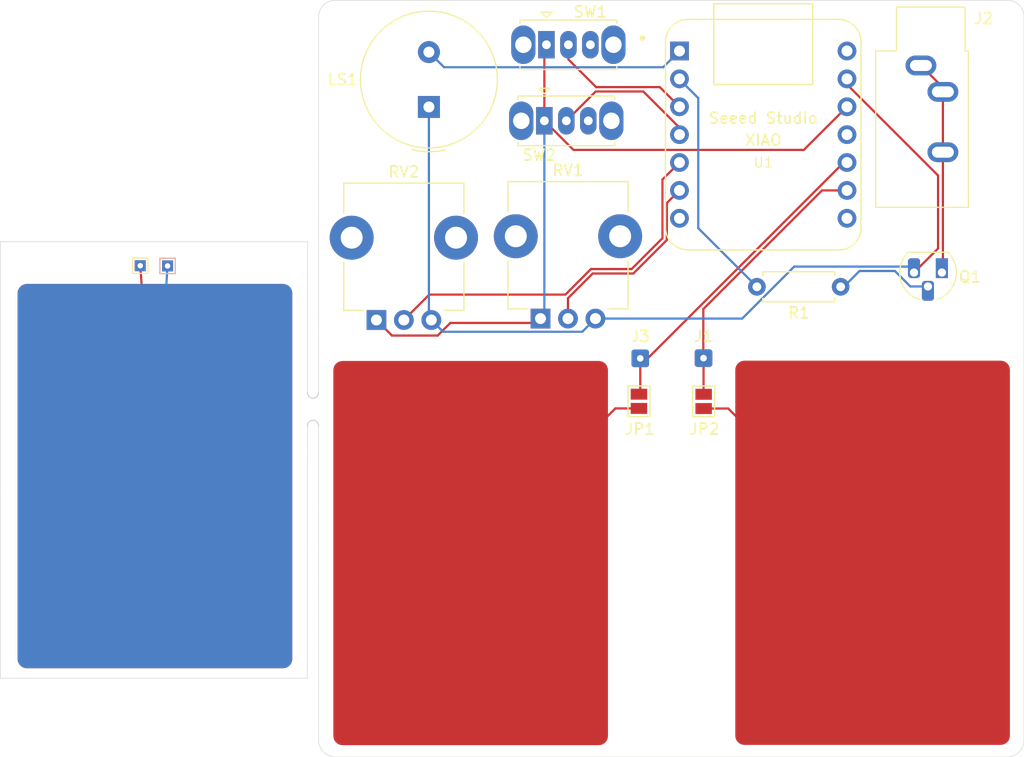
<source format=kicad_pcb>
(kicad_pcb (version 20240108) (generator "pcbnew") (generator_version "8.0")
  (title_block (title "Pengion Paddle") (date "6/29/2025") (rev " 4"))
  (layers (0 "F.Cu" signal) (31 "B.Cu" signal) (34 "B.Paste" user) (35 "F.Paste" user) (36 "B.SilkS" user "B.Silkscreen") (37 "F.SilkS" user "F.Silkscreen") (38 "B.Mask" user) (39 "F.Mask" user) (44 "Edge.Cuts" user))
  (net 0 "")
  (net 1 "Net-(Q1-B)")
  (net 2 "GND")
  (net 3 "Net-(Q1-C)")
  (net 4 "Net-(U1-GPIO2{slash}DA{slash}A1)")
  (net 5 "Net-(U1-GPIO9{slash}D5{slash}I2C_SCL)")
  (net 6 "+3V3")
  (net 7 "Net-(U1-GPIO5{slash}D4{slash}I2C_SDA)")
  (net 8 "Net-(SW1-B)")
  (net 9 "Net-(U1-GPIO1{slash}D0{slash}A0)")
  (net 10 "Net-(J1-Pin_1)")
  (net 11 "Net-(J3-Pin_1)")
  (net 16 "Net-(JP1-B)")
  (net 17 "Net-(JP2-B)")
  (net 18 "Net-(SW2-B)")
  (footprint "Custom:Copper Pad" (layer "F.Cu") (at 251.06 110.19)
    (property "Reference" "TP1" (hide yes))
    (property "Value" "TestPoint" (hide yes))
    (pad "1" smd roundrect (at -8.5 21) (size 25 35) (layers "F.Cu" "F.Mask") (roundrect_rratio 0.03333333333) (net 17 "Net-(JP2-B)"))
  )
  (footprint "Custom:Copper Pad" (layer "F.Cu") (at 211.47 110.715)
    (property "Reference" "TP2" (hide yes))
    (property "Value" "TestPoint" (hide yes))
    (pad "1" smd roundrect (at -5.5 20.5) (size 25 35) (property pad_prop_testpoint) (layers "F.Cu" "F.Mask") (roundrect_rratio 0.03333333333) (net 16 "Net-(JP1-B)"))
  )
  (footprint "Connector_Wire:SolderWire-0.1sqmm_1x01_D0.4mm_OD1mm" (layer "F.Cu") (at 221.41 113.48)
    (property "Reference" "J3" (at 0 -2 0) (layer "F.SilkS"))
    (property "Value" "Conn_01x01_Socket" (hide yes))
    (pad "1" thru_hole roundrect (at 0 0) (size 1.6 1.6) (drill 0.6) (layers "*.Cu" "*.Mask") (roundrect_rratio 0.15625) (net 11 "Net-(J3-Pin_1)"))
  )
  (footprint "Package_TO_SOT_THT:TO-92L_HandSolder" (layer "F.Cu") (at 248.87 105.66 180)
    (property "Reference" "Q1" (at -2.55 -0.4 0) (layer "F.SilkS"))
    (property "Value" "NPN")
    (fp_line (start -0.53 1.85) (end 3.07 1.85) (stroke (width 0.12)) (layer "F.SilkS"))
    (fp_arc (start 2.05 -2.45) (mid 3.769931 -0.601036) (end 3.078445 1.827684) (stroke (width 0.12)) (layer "F.SilkS"))
    (fp_arc (start -0.541453 1.842156) (mid -1.247298 -0.581475) (end 0.45 -2.45) (stroke (width 0.12)) (layer "F.SilkS"))
    (pad "1" thru_hole rect (at 0 0 180) (size 1.1 1.8) (drill 0.75 (offset 0 0.4)) (layers "*.Cu" "*.Mask") (net 3 "Net-(Q1-C)"))
    (pad "2" thru_hole roundrect (at 1.27 -1.27 180) (size 1.1 1.8) (drill 0.75 (offset 0 -0.4)) (layers "*.Cu" "*.Mask") (net 1 "Net-(Q1-B)"))
    (pad "3" thru_hole roundrect (at 2.54 0 180) (size 1.1 1.8) (drill 0.75 (offset 0 0.4)) (layers "*.Cu" "*.Mask") (net 2 "GND"))
  )
  (footprint "Custom:Copper Pad" (layer "F.Cu") (at 182.73 103.705)
    (property "Reference" "TP2" (hide yes))
    (property "Value" "TestPoint" (hide yes))
    (pad "1" smd roundrect (at -5.5 20.5) (size 25 35) (property pad_prop_testpoint) (layers "F.Cu" "F.Mask") (roundrect_rratio 0.03333333333))
  )
  (footprint "MountingHole:MountingHole_2.1mm" (layer "F.Cu") (at 224.48 142.88)
    (property "Reference" "REF**" (hide yes))
    (property "Value" "MountingHole_2.1mm" (hide yes))
    (pad "" np_thru_hole circle (at 0 0) (size 2.1 2.1) (drill 2.1) (layers "*.Cu" "*.Mask"))
  )
  (footprint "Potentiometer_THT:Potentiometer_TT_P0915N" (layer "F.Cu") (at 197.39 109.985)
    (property "Reference" "RV2" (at 2.5 -13.5 0) (layer "F.SilkS"))
    (property "Value" "R_Potentiometer")
    (fp_line (start -2.97 -12.47) (end -2.97 -9.75) (stroke (width 0.12)) (layer "F.SilkS"))
    (fp_line (start -2.97 -5.25) (end -2.97 -0.88) (stroke (width 0.12)) (layer "F.SilkS"))
    (fp_line (start -1.15 -0.88) (end -2.97 -0.88) (stroke (width 0.12)) (layer "F.SilkS"))
    (fp_line (start 7.97 -12.47) (end -2.97 -12.47) (stroke (width 0.12)) (layer "F.SilkS"))
    (fp_line (start 7.97 -12.47) (end 7.97 -9.75) (stroke (width 0.12)) (layer "F.SilkS"))
    (fp_line (start 7.97 -5.25) (end 7.97 -0.88) (stroke (width 0.12)) (layer "F.SilkS"))
    (fp_line (start 7.97 -0.88) (end 6.15 -0.88) (stroke (width 0.12)) (layer "F.SilkS"))
    (pad "" thru_hole oval (at -2.25 -7.5) (size 4 4) (drill 2) (layers "*.Cu" "*.Mask"))
    (pad "" thru_hole oval (at 7.25 -7.5) (size 4 4) (drill 2) (layers "*.Cu" "*.Mask"))
    (pad "1" thru_hole rect (at 0 0) (size 1.8 1.8) (drill 1) (layers "*.Cu" "*.Mask") (net 6 "+3V3"))
    (pad "2" thru_hole circle (at 2.5 0) (size 1.8 1.8) (drill 1) (layers "*.Cu" "*.Mask") (net 7 "Net-(U1-GPIO5{slash}D4{slash}I2C_SDA)"))
    (pad "3" thru_hole circle (at 5 0) (size 1.8 1.8) (drill 1) (layers "*.Cu" "*.Mask") (net 2 "GND"))
  )
  (footprint "Potentiometer_THT:Potentiometer_TT_P0915N" (layer "F.Cu") (at 212.33 109.855)
    (property "Reference" "RV1" (at 2.5 -13.5 0) (layer "F.SilkS"))
    (property "Value" "R_Potentiometer")
    (fp_line (start -2.97 -12.47) (end -2.97 -9.75) (stroke (width 0.12)) (layer "F.SilkS"))
    (fp_line (start -2.97 -5.25) (end -2.97 -0.88) (stroke (width 0.12)) (layer "F.SilkS"))
    (fp_line (start -1.15 -0.88) (end -2.97 -0.88) (stroke (width 0.12)) (layer "F.SilkS"))
    (fp_line (start 7.97 -12.47) (end -2.97 -12.47) (stroke (width 0.12)) (layer "F.SilkS"))
    (fp_line (start 7.97 -12.47) (end 7.97 -9.75) (stroke (width 0.12)) (layer "F.SilkS"))
    (fp_line (start 7.97 -5.25) (end 7.97 -0.88) (stroke (width 0.12)) (layer "F.SilkS"))
    (fp_line (start 7.97 -0.88) (end 6.15 -0.88) (stroke (width 0.12)) (layer "F.SilkS"))
    (pad "" thru_hole oval (at -2.25 -7.5) (size 4 4) (drill 2) (layers "*.Cu" "*.Mask"))
    (pad "" thru_hole oval (at 7.25 -7.5) (size 4 4) (drill 2) (layers "*.Cu" "*.Mask"))
    (pad "1" thru_hole rect (at 0 0) (size 1.8 1.8) (drill 1) (layers "*.Cu" "*.Mask") (net 6 "+3V3"))
    (pad "2" thru_hole circle (at 2.5 0) (size 1.8 1.8) (drill 1) (layers "*.Cu" "*.Mask") (net 5 "Net-(U1-GPIO9{slash}D5{slash}I2C_SCL)"))
    (pad "3" thru_hole circle (at 5 0) (size 1.8 1.8) (drill 1) (layers "*.Cu" "*.Mask") (net 2 "GND"))
  )
  (footprint "Jumper:SolderJumper-2_P1.3mm_Open_Pad1.0x1.5mm" (layer "F.Cu") (at 221.29 117.39 -90)
    (property "Reference" "JP1" (at 2.53 -0.08 180) (layer "F.SilkS"))
    (property "Value" "SolderJumper_2_Open" (hide yes))
    (fp_line (start -1.4 1) (end -1.4 -1) (stroke (width 0.12)) (layer "F.SilkS"))
    (fp_line (start 1.4 1) (end -1.4 1) (stroke (width 0.12)) (layer "F.SilkS"))
    (fp_line (start -1.4 -1) (end 1.4 -1) (stroke (width 0.12)) (layer "F.SilkS"))
    (fp_line (start 1.4 -1) (end 1.4 1) (stroke (width 0.12)) (layer "F.SilkS"))
    (pad "1" smd rect (at -0.65 0 270) (size 1 1.5) (layers "F.Cu" "F.Mask") (net 11 "Net-(J3-Pin_1)"))
    (pad "2" smd rect (at 0.65 0 270) (size 1 1.5) (layers "F.Cu" "F.Mask") (net 16 "Net-(JP1-B)"))
  )
  (footprint "TestPoint:TestPoint_THTPad_1.0x1.0mm_Drill0.5mm" (layer "F.Cu") (at 175.89 105.04)
    (property "Reference" "REF**" (hide yes))
    (property "Value" "TestPoint_THTPad_1.0x1.0mm_Drill0.5mm" (hide yes))
    (fp_line (start -0.7 -0.7) (end 0.7 -0.7) (stroke (width 0.12)) (layer "F.SilkS"))
    (fp_line (start -0.7 0.7) (end -0.7 -0.7) (stroke (width 0.12)) (layer "F.SilkS"))
    (fp_line (start 0.7 -0.7) (end 0.7 0.7) (stroke (width 0.12)) (layer "F.SilkS"))
    (fp_line (start 0.7 0.7) (end -0.7 0.7) (stroke (width 0.12)) (layer "F.SilkS"))
    (pad "1" thru_hole rect (at 0 0) (size 1 1) (drill 0.5) (layers "*.Cu" "*.Mask"))
  )
  (footprint "MountingHole:MountingHole_2.1mm" (layer "F.Cu") (at 224.48 126.28)
    (property "Reference" "REF**" (hide yes))
    (property "Value" "MountingHole_2.1mm" (hide yes))
    (pad "" np_thru_hole circle (at 0 0) (size 2.1 2.1) (drill 2.1) (layers "*.Cu" "*.Mask"))
  )
  (footprint "Library:XIAO-Generic-Thruhole-14P-2.54-21X17.8MM" (layer "F.Cu") (at 232.605 93.1)
    (property "Reference" "U1" (at 0 2.54 0) (layer "F.SilkS") (effects (font (size 0.889 0.889) (thickness 0.1016))))
    (property "Value" "XIAO-ESP32-S3-DIP" (hide yes))
    (fp_line (start -8.9 -8.5) (end -8.9 8.5) (stroke (width 0.127)) (layer "F.SilkS"))
    (fp_line (start -6.9 10.5) (end 6.9 10.5) (stroke (width 0.127)) (layer "F.SilkS"))
    (fp_line (start -4.5 -11.92403) (end 4.5 -11.92403) (stroke (width 0.127)) (layer "F.SilkS"))
    (fp_line (start -4.5 -4.57073) (end -4.5 -11.92403) (stroke (width 0.127)) (layer "F.SilkS"))
    (fp_line (start 4.5 -11.92403) (end 4.5 -4.57073) (stroke (width 0.127)) (layer "F.SilkS"))
    (fp_line (start 4.5 -4.57073) (end -4.5 -4.57073) (stroke (width 0.127)) (layer "F.SilkS"))
    (fp_line (start 6.9 -10.49909) (end -6.9 -10.49909) (stroke (width 0.127)) (layer "F.SilkS"))
    (fp_line (start 8.9 8.5) (end 8.9 -8.5) (stroke (width 0.127)) (layer "F.SilkS"))
    (fp_arc (start -8.9 -8.5) (mid -8.301491 -9.901491) (end -6.9 -10.5) (stroke (width 0.12)) (layer "F.SilkS"))
    (fp_arc (start -6.9 10.5) (mid -8.301423 9.901423) (end -8.9 8.5) (stroke (width 0.12)) (layer "F.SilkS"))
    (fp_arc (start 6.9 -10.5) (mid 8.301494 -9.901494) (end 8.9 -8.5) (stroke (width 0.12)) (layer "F.SilkS"))
    (fp_arc (start 8.9 8.5) (mid 8.314214 9.914214) (end 6.9 10.5) (stroke (width 0.12)) (layer "F.SilkS"))
    (fp_circle (center -11 -8.8) (end -11 -9.054) (fill solid) (layer "F.SilkS"))
    (fp_poly (pts (xy -8.887715 -8.561705) (xy -8.884667 -8.610473) (xy -8.880604 -8.659494)) (stroke (width 0.0254)) (fill none) (layer "F.SilkS"))
    (fp_poly (pts (xy 8.889492 8.521574) (xy 8.887713 8.57085) (xy 8.884665 8.619618) (xy 8.880601 8.668639) (xy 8.875268 8.717407) (xy 8.868664 8.766175) (xy 8.861044 8.81469) (xy 8.852152 8.86295) (xy 8.842248 8.910955)) (stroke (width 0.0254)) (fill none) (layer "F.SilkS"))
    (fp_text user "Seeed Studio" (at 0 -1.5 0) (layer "F.SilkS"))
    (fp_text user "XIAO" (at 0 0.499999 0) (layer "F.SilkS"))
    (pad "1" thru_hole rect (at -7.625 -7.62 180) (size 1.7 1.7) (drill 1) (layers "*.Cu" "*.Mask") (net 9 "Net-(U1-GPIO1{slash}D0{slash}A0)"))
    (pad "2" thru_hole circle (at -7.625 -5.08 180) (size 1.7 1.7) (drill 1) (layers "*.Cu" "*.Mask") (net 4 "Net-(U1-GPIO2{slash}DA{slash}A1)"))
    (pad "3" thru_hole circle (at -7.625 -2.54 180) (size 1.7 1.7) (drill 1) (layers "*.Cu" "*.Mask") (net 8 "Net-(SW1-B)"))
    (pad "4" thru_hole circle (at -7.625 0 180) (size 1.7 1.7) (drill 1) (layers "*.Cu" "*.Mask") (net 18 "Net-(SW2-B)"))
    (pad "5" thru_hole circle (at -7.625 2.54 180) (size 1.7 1.7) (drill 1) (layers "*.Cu" "*.Mask") (net 7 "Net-(U1-GPIO5{slash}D4{slash}I2C_SDA)"))
    (pad "6" thru_hole circle (at -7.625 5.08) (size 1.7 1.7) (drill 1) (layers "*.Cu" "*.Mask") (net 5 "Net-(U1-GPIO9{slash}D5{slash}I2C_SCL)"))
    (pad "7" thru_hole circle (at -7.625 7.62 180) (size 1.7 1.7) (drill 1) (layers "*.Cu" "*.Mask"))
    (pad "8" thru_hole circle (at 7.625 7.62 180) (size 1.7 1.7) (drill 1) (layers "*.Cu" "*.Mask"))
    (pad "9" thru_hole circle (at 7.625 5.08 180) (size 1.7 1.7) (drill 1) (layers "*.Cu" "*.Mask") (net 10 "Net-(J1-Pin_1)"))
    (pad "10" thru_hole circle (at 7.625 2.54 180) (size 1.7 1.7) (drill 1) (layers "*.Cu" "*.Mask") (net 11 "Net-(J3-Pin_1)"))
    (pad "11" thru_hole circle (at 7.625 0 180) (size 1.7 1.7) (drill 1) (layers "*.Cu" "*.Mask"))
    (pad "12" thru_hole circle (at 7.625 -2.54 180) (size 1.7 1.7) (drill 1) (layers "*.Cu" "*.Mask") (net 6 "+3V3"))
    (pad "13" thru_hole circle (at 7.625 -5.08 180) (size 1.7 1.7) (drill 1) (layers "*.Cu" "*.Mask") (net 2 "GND"))
    (pad "14" thru_hole circle (at 7.625 -7.62 180) (size 1.7 1.7) (drill 1) (layers "*.Cu" "*.Mask"))
  )
  (footprint "Jumper:SolderJumper-2_P1.3mm_Open_Pad1.0x1.5mm" (layer "F.Cu") (at 227.18 117.4 -90)
    (property "Reference" "JP2" (at 2.52 -0.07 180) (layer "F.SilkS"))
    (property "Value" "SolderJumper_2_Open" (hide yes))
    (fp_line (start -1.4 1) (end -1.4 -1) (stroke (width 0.12)) (layer "F.SilkS"))
    (fp_line (start 1.4 1) (end -1.4 1) (stroke (width 0.12)) (layer "F.SilkS"))
    (fp_line (start -1.4 -1) (end 1.4 -1) (stroke (width 0.12)) (layer "F.SilkS"))
    (fp_line (start 1.4 -1) (end 1.4 1) (stroke (width 0.12)) (layer "F.SilkS"))
    (pad "1" smd rect (at -0.65 0 270) (size 1 1.5) (layers "F.Cu" "F.Mask") (net 10 "Net-(J1-Pin_1)"))
    (pad "2" smd rect (at 0.65 0 270) (size 1 1.5) (layers "F.Cu" "F.Mask") (net 17 "Net-(JP2-B)"))
  )
  (footprint "Connector_Wire:SolderWire-0.1sqmm_1x01_D0.4mm_OD1mm" (layer "F.Cu") (at 227.17 113.46)
    (property "Reference" "J1" (at 0 -2 0) (layer "F.SilkS"))
    (property "Value" "Conn_01x01_Socket" (hide yes))
    (pad "1" thru_hole roundrect (at 0 0) (size 1.6 1.6) (drill 0.6) (layers "*.Cu" "*.Mask") (roundrect_rratio 0.15625) (net 10 "Net-(J1-Pin_1)"))
  )
  (footprint "Connector_Audio:Jack_3.5mm_CUI_SJ1-3533NG_Horizontal" (layer "F.Cu") (at 246.96 86.8)
    (property "Reference" "J2" (at 5.69 -4.28 0) (layer "F.SilkS"))
    (property "Value" "AudioPlug3")
    (fp_line (start -4.12 -1.32) (end -2.22 -1.32) (stroke (width 0.12)) (layer "F.SilkS"))
    (fp_line (start -4.12 12.92) (end -4.12 -1.32) (stroke (width 0.12)) (layer "F.SilkS"))
    (fp_line (start -2.22 -5.32) (end 4.02 -5.32) (stroke (width 0.12)) (layer "F.SilkS"))
    (fp_line (start -2.22 -1.32) (end -2.22 -5.32) (stroke (width 0.12)) (layer "F.SilkS"))
    (fp_line (start 4.02 -5.32) (end 4.02 -1.32) (stroke (width 0.12)) (layer "F.SilkS"))
    (fp_line (start 4.02 -1.32) (end 4.32 -1.32) (stroke (width 0.12)) (layer "F.SilkS"))
    (fp_line (start 4.32 -1.32) (end 4.32 12.92) (stroke (width 0.12)) (layer "F.SilkS"))
    (fp_line (start 4.32 12.92) (end -4.12 12.92) (stroke (width 0.12)) (layer "F.SilkS"))
    (pad "R" thru_hole oval (at 2 7.9) (size 2.8 1.8) (drill oval 2 1) (layers "*.Cu" "*.Mask") (net 3 "Net-(Q1-C)"))
    (pad "S" thru_hole oval (at 0 0) (size 2.8 1.8) (drill oval 2 1) (layers "*.Cu" "*.Mask") (net 3 "Net-(Q1-C)"))
    (pad "T" thru_hole oval (at 2 2.4) (size 2.8 1.8) (drill oval 2 1) (layers "*.Cu" "*.Mask") (net 3 "Net-(Q1-C)"))
  )
  (footprint "PCB:mouse-bite-1mm-3mm" (layer "F.Cu") (at 191.62 118.11 90)
    (property "Reference" "mouse-bite-1mm-3mm" (hide yes))
    (property "Value" "VAL**" (hide yes))
    (fp_arc (start -1.5 -0.5) (mid -1 0) (end -1.5 0.5) (stroke (width 0.1)) (layer "Edge.Cuts"))
    (fp_arc (start 1.5 0.5) (mid 1 0) (end 1.5 -0.5) (stroke (width 0.1)) (layer "Edge.Cuts"))
    (pad "" np_thru_hole circle (at -0.71 -0.3 90) (size 0.5 0.5) (drill 0.5) (layers "*.Cu" "*.Mask"))
    (pad "" np_thru_hole circle (at -0.71 0.3 90) (size 0.5 0.5) (drill 0.5) (layers "*.Cu" "*.Mask"))
    (pad "" np_thru_hole circle (at 0 -0.3 90) (size 0.5 0.5) (drill 0.5) (layers "*.Cu" "*.Mask"))
    (pad "" np_thru_hole circle (at 0 0.3 90) (size 0.5 0.5) (drill 0.5) (layers "*.Cu" "*.Mask"))
    (pad "" np_thru_hole circle (at 0.7 0.3 90) (size 0.5 0.5) (drill 0.5) (layers "*.Cu" "*.Mask"))
    (pad "" np_thru_hole circle (at 0.71 -0.3 90) (size 0.5 0.5) (drill 0.5) (layers "*.Cu" "*.Mask"))
  )
  (footprint "Buzzer_Beeper:Buzzer_TDK_PS1240P02BT_D12.2mm_H6.5mm" (layer "F.Cu") (at 202.17 90.58 90)
    (property "Reference" "LS1" (at 2.5 -7.85 180) (layer "F.SilkS"))
    (property "Value" "PS1240P02BT" (hide yes))
    (fp_arc (start -3.9 1.499999) (mid -4.073431 0) (end -3.9 -1.5) (stroke (width 0.12)) (layer "F.SilkS"))
    (fp_circle (center 2.5 0) (end 8.73 0) (stroke (width 0.12)) (fill none) (layer "F.SilkS"))
    (pad "1" thru_hole rect (at 0 0 90) (size 2 2) (drill 1) (layers "*.Cu" "*.Mask") (net 2 "GND"))
    (pad "2" thru_hole circle (at 5 0 90) (size 2 2) (drill 1) (layers "*.Cu" "*.Mask") (net 9 "Net-(U1-GPIO1{slash}D0{slash}A0)"))
  )
  (footprint "Resistor_THT:R_Axial_DIN0207_L6.3mm_D2.5mm_P7.62mm_Horizontal" (layer "F.Cu") (at 239.65 106.96 180)
    (property "Reference" "R1" (at 3.81 -2.37 0) (layer "F.SilkS"))
    (property "Value" "1k")
    (fp_line (start 7.08 1.37) (end 7.08 1.04) (stroke (width 0.12)) (layer "F.SilkS"))
    (fp_line (start 7.08 -1.37) (end 7.08 -1.04) (stroke (width 0.12)) (layer "F.SilkS"))
    (fp_line (start 0.54 1.37) (end 7.08 1.37) (stroke (width 0.12)) (layer "F.SilkS"))
    (fp_line (start 0.54 1.04) (end 0.54 1.37) (stroke (width 0.12)) (layer "F.SilkS"))
    (fp_line (start 0.54 -1.04) (end 0.54 -1.37) (stroke (width 0.12)) (layer "F.SilkS"))
    (fp_line (start 0.54 -1.37) (end 7.08 -1.37) (stroke (width 0.12)) (layer "F.SilkS"))
    (pad "1" thru_hole circle (at 0 0 180) (size 1.6 1.6) (drill 0.8) (layers "*.Cu" "*.Mask") (net 1 "Net-(Q1-B)"))
    (pad "2" thru_hole oval (at 7.62 0 180) (size 1.6 1.6) (drill 0.8) (layers "*.Cu" "*.Mask") (net 4 "Net-(U1-GPIO2{slash}DA{slash}A1)"))
  )
  (footprint "Button_Switch_THT:SW_Slide_SPDT_Straight_CK_OS102011MS2Q" (layer "F.Cu") (at 212.68 91.84)
    (property "Reference" "SW2" (at -0.4775 3.12 0) (layer "F.SilkS"))
    (property "Value" "SW_SPST" (hide yes))
    (fp_line (start -2.41 -2.26) (end 6.41 -2.26) (stroke (width 0.12)) (layer "F.SilkS"))
    (fp_line (start -2.41 -1.95) (end -2.41 -2.26) (stroke (width 0.12)) (layer "F.SilkS"))
    (fp_line (start -2.41 2.26) (end -2.41 1.95) (stroke (width 0.12)) (layer "F.SilkS"))
    (fp_line (start -0.5 -2.96) (end 0 -2.46) (stroke (width 0.12)) (layer "F.SilkS"))
    (fp_line (start 0 -2.46) (end 0.5 -2.96) (stroke (width 0.12)) (layer "F.SilkS"))
    (fp_line (start 0.5 -2.96) (end -0.5 -2.96) (stroke (width 0.12)) (layer "F.SilkS"))
    (fp_line (start 6.41 -2.26) (end 6.41 -1.95) (stroke (width 0.12)) (layer "F.SilkS"))
    (fp_line (start 6.41 2.26) (end -2.41 2.26) (stroke (width 0.12)) (layer "F.SilkS"))
    (fp_line (start 6.41 2.26) (end 6.41 1.95) (stroke (width 0.12)) (layer "F.SilkS"))
    (pad "" thru_hole oval (at -2.1 0) (size 2.2 3.5) (drill 1.5) (layers "*.Cu" "*.Mask"))
    (pad "" thru_hole oval (at 6.1 0) (size 2.2 3.5) (drill 1.5) (layers "*.Cu" "*.Mask"))
    (pad "1" thru_hole rect (at 0 0) (size 1.5 2.5) (drill 0.8) (layers "*.Cu" "*.Mask") (net 6 "+3V3"))
    (pad "2" thru_hole oval (at 2 0) (size 1.5 2.5) (drill 0.8) (layers "*.Cu" "*.Mask") (net 18 "Net-(SW2-B)"))
    (pad "3" thru_hole oval (at 4 0) (size 1.5 2.5) (drill 0.8) (layers "*.Cu" "*.Mask"))
  )
  (footprint "Button_Switch_THT:SW_Slide_SPDT_Straight_CK_OS102011MS2Q" (layer "F.Cu") (at 212.87 84.91)
    (property "Reference" "SW1" (at 3.99 -2.99 0) (layer "F.SilkS"))
    (property "Value" "SW_SPST")
    (fp_line (start -2.41 -2.26) (end 6.41 -2.26) (stroke (width 0.12)) (layer "F.SilkS"))
    (fp_line (start -2.41 -1.95) (end -2.41 -2.26) (stroke (width 0.12)) (layer "F.SilkS"))
    (fp_line (start -2.41 2.26) (end -2.41 1.95) (stroke (width 0.12)) (layer "F.SilkS"))
    (fp_line (start -0.5 -2.96) (end 0 -2.46) (stroke (width 0.12)) (layer "F.SilkS"))
    (fp_line (start 0 -2.46) (end 0.5 -2.96) (stroke (width 0.12)) (layer "F.SilkS"))
    (fp_line (start 0.5 -2.96) (end -0.5 -2.96) (stroke (width 0.12)) (layer "F.SilkS"))
    (fp_line (start 6.41 -2.26) (end 6.41 -1.95) (stroke (width 0.12)) (layer "F.SilkS"))
    (fp_line (start 6.41 2.26) (end -2.41 2.26) (stroke (width 0.12)) (layer "F.SilkS"))
    (fp_line (start 6.41 2.26) (end 6.41 1.95) (stroke (width 0.12)) (layer "F.SilkS"))
    (pad "" thru_hole oval (at -2.1 0) (size 2.2 3.5) (drill 1.5) (layers "*.Cu" "*.Mask"))
    (pad "" thru_hole oval (at 6.1 0) (size 2.2 3.5) (drill 1.5) (layers "*.Cu" "*.Mask"))
    (pad "1" thru_hole rect (at 0 0) (size 1.5 2.5) (drill 0.8) (layers "*.Cu" "*.Mask") (net 6 "+3V3"))
    (pad "2" thru_hole oval (at 2 0) (size 1.5 2.5) (drill 0.8) (layers "*.Cu" "*.Mask") (net 8 "Net-(SW1-B)"))
    (pad "3" thru_hole oval (at 4 0) (size 1.5 2.5) (drill 0.8) (layers "*.Cu" "*.Mask"))
  )
  (footprint "TestPoint:TestPoint_THTPad_1.0x1.0mm_Drill0.5mm" (layer "B.Cu") (at 178.38 105.06 180)
    (property "Reference" "REF**" (hide yes))
    (property "Value" "TestPoint_THTPad_1.0x1.0mm_Drill0.5mm" (hide yes))
    (fp_line (start 0.7 0.7) (end -0.7 0.7) (stroke (width 0.12)) (layer "B.SilkS"))
    (fp_line (start 0.7 -0.7) (end 0.7 0.7) (stroke (width 0.12)) (layer "B.SilkS"))
    (fp_line (start -0.7 0.7) (end -0.7 -0.7) (stroke (width 0.12)) (layer "B.SilkS"))
    (fp_line (start -0.7 -0.7) (end 0.7 -0.7) (stroke (width 0.12)) (layer "B.SilkS"))
    (pad "1" thru_hole rect (at 0 0 180) (size 1 1) (drill 0.5) (layers "*.Cu" "*.Mask"))
  )
  (footprint "" (layer "B.Cu") (at 177.23 124.2 180)
    (property "Reference" "" (at 0 0 0) (layer "B.SilkS") (effects (font (size 1.27 1.27)) (justify mirror)))
    (property "Value" "")
    (pad "1" smd roundrect (at 0 -0.005 180) (size 25 35) (property pad_prop_testpoint) (layers "B.Cu" "B.Mask") (roundrect_rratio 0.03333333333))
  )
  (gr_line (start 175.89 105.04) (end 177.23 122.58) (stroke (width 0.2)) (layer "F.Cu"))
  (gr_line (start 178.38 105.06) (end 177.23 122.58) (stroke (width 0.2)) (layer "B.Cu"))
  (gr_line (start 192.13 82.36) (end 192.12 116.61) (stroke (width 0.05)) (layer "Edge.Cuts"))
  (gr_arc (start 254.84 80.86) (mid 255.90066 81.29934) (end 256.34 82.36) (stroke (width 0.05)) (layer "Edge.Cuts"))
  (gr_line (start 193.63 80.86) (end 254.84 80.86) (stroke (width 0.05)) (layer "Edge.Cuts"))
  (gr_arc (start 192.13 82.36) (mid 192.56934 81.29934) (end 193.63 80.86) (stroke (width 0.05)) (layer "Edge.Cuts"))
  (gr_arc (start 193.63 149.77) (mid 192.56934 149.33066) (end 192.13 148.27) (stroke (width 0.05)) (layer "Edge.Cuts"))
  (gr_line (start 254.84 149.77) (end 193.63 149.77) (stroke (width 0.05)) (layer "Edge.Cuts"))
  (gr_line (start 192.12 119.61) (end 192.13 148.27) (stroke (width 0.05)) (layer "Edge.Cuts"))
  (gr_line (start 191.1 142.61) (end 191.12 119.61) (stroke (width 0.05)) (layer "Edge.Cuts"))
  (gr_line (start 163.16 102.85) (end 163.15 142.61) (stroke (width 0.05)) (layer "Edge.Cuts"))
  (gr_line (start 191.12 102.85) (end 163.16 102.85) (stroke (width 0.05)) (layer "Edge.Cuts"))
  (gr_line (start 256.34 82.36) (end 256.34 148.27) (stroke (width 0.05)) (layer "Edge.Cuts"))
  (gr_arc (start 256.34 148.27) (mid 255.90066 149.33066) (end 254.84 149.77) (stroke (width 0.05)) (layer "Edge.Cuts"))
  (gr_line (start 191.12 116.61) (end 191.12 102.85) (stroke (width 0.05)) (layer "Edge.Cuts"))
  (gr_line (start 163.15 142.61) (end 191.1 142.61) (stroke (width 0.05)) (layer "Edge.Cuts"))
  (segment (start 247.26 107.27) (end 247.6 106.93) (width 0.2) (layer "F.Cu") (net 1))
  (segment (start 244.59 105.52) (end 246 106.93) (width 0.2) (layer "B.Cu") (net 1))
  (segment (start 241.37 105.52) (end 244.59 105.52) (width 0.2) (layer "B.Cu") (net 1))
  (segment (start 239.93 106.96) (end 241.37 105.52) (width 0.2) (layer "B.Cu") (net 1))
  (segment (start 246 106.93) (end 247.6 106.93) (width 0.2) (layer "B.Cu") (net 1))
  (segment (start 248.52 103.47) (end 248.52 96.82) (width 0.2) (layer "F.Cu") (net 2))
  (segment (start 246.33 105.66) (end 248.52 103.47) (width 0.2) (layer "F.Cu") (net 2))
  (segment (start 240.295 88.595) (end 240.295 88.13) (width 0.2) (layer "F.Cu") (net 2))
  (segment (start 248.52 96.82) (end 240.295 88.595) (width 0.2) (layer "F.Cu") (net 2))
  (segment (start 216.13 111.055) (end 217.33 109.855) (width 0.2) (layer "B.Cu") (net 2))
  (segment (start 202.39 109.985) (end 203.46 111.055) (width 0.2) (layer "B.Cu") (net 2))
  (segment (start 235.425635 105.12) (end 230.690635 109.855) (width 0.2) (layer "B.Cu") (net 2))
  (segment (start 202.17 90.58) (end 202.17 109.765) (width 0.2) (layer "B.Cu") (net 2))
  (segment (start 230.690635 109.855) (end 217.33 109.855) (width 0.2) (layer "B.Cu") (net 2))
  (segment (start 245.79 105.12) (end 235.425635 105.12) (width 0.2) (layer "B.Cu") (net 2))
  (segment (start 246.33 105.66) (end 245.79 105.12) (width 0.2) (layer "B.Cu") (net 2))
  (segment (start 202.17 109.765) (end 202.39 109.985) (width 0.2) (layer "B.Cu") (net 2))
  (segment (start 203.46 111.055) (end 216.13 111.055) (width 0.2) (layer "B.Cu") (net 2))
  (segment (start 246.96 86.8) (end 248.96 88.8) (width 0.2) (layer "F.Cu") (net 3))
  (segment (start 248.96 105.57) (end 248.87 105.66) (width 0.2) (layer "F.Cu") (net 3))
  (segment (start 248.96 94.7) (end 248.96 105.57) (width 0.2) (layer "F.Cu") (net 3))
  (segment (start 248.96 89.2) (end 248.96 94.7) (width 0.2) (layer "F.Cu") (net 3))
  (segment (start 248.96 88.8) (end 248.96 89.2) (width 0.2) (layer "F.Cu") (net 3))
  (segment (start 226.69 89.775) (end 225.045 88.13) (width 0.2) (layer "B.Cu") (net 4))
  (segment (start 225.23 88.13) (end 225.045 88.13) (width 0.2) (layer "B.Cu") (net 4))
  (segment (start 226.69 101.62) (end 226.69 89.775) (width 0.2) (layer "B.Cu") (net 4))
  (segment (start 232.03 106.96) (end 226.69 101.62) (width 0.2) (layer "B.Cu") (net 4))
  (segment (start 217.08 105.75) (end 220.78 105.75) (width 0.2) (layer "F.Cu") (net 5))
  (segment (start 220.78 105.75) (end 223.83 102.7) (width 0.2) (layer "F.Cu") (net 5))
  (segment (start 214.83 109.855) (end 214.83 108) (width 0.2) (layer "F.Cu") (net 5))
  (segment (start 223.83 99.33) (end 224.98 98.18) (width 0.2) (layer "F.Cu") (net 5))
  (segment (start 214.83 108) (end 217.08 105.75) (width 0.2) (layer "F.Cu") (net 5))
  (segment (start 223.83 102.7) (end 223.83 99.33) (width 0.2) (layer "F.Cu") (net 5))
  (segment (start 212.68 91.84) (end 212.68 85.1) (width 0.2) (layer "F.Cu") (net 6))
  (segment (start 211.935 110.25) (end 212.33 109.855) (width 0.2) (layer "F.Cu") (net 6))
  (segment (start 198.805 111.4) (end 202.97 111.4) (width 0.2) (layer "F.Cu") (net 6))
  (segment (start 204.12 110.25) (end 211.935 110.25) (width 0.2) (layer "F.Cu") (net 6))
  (segment (start 212.68 91.84) (end 215.33 94.49) (width 0.2) (layer "F.Cu") (net 6))
  (segment (start 236.3 94.49) (end 240.23 90.56) (width 0.2) (layer "F.Cu") (net 6))
  (segment (start 202.97 111.4) (end 204.12 110.25) (width 0.2) (layer "F.Cu") (net 6))
  (segment (start 197.39 109.985) (end 198.805 111.4) (width 0.2) (layer "F.Cu") (net 6))
  (segment (start 212.68 85.1) (end 212.87 84.91) (width 0.2) (layer "F.Cu") (net 6))
  (segment (start 215.33 94.49) (end 236.3 94.49) (width 0.2) (layer "F.Cu") (net 6))
  (segment (start 212.33 109.855) (end 212.68 109.505) (width 0.2) (layer "B.Cu") (net 6))
  (segment (start 212.68 109.505) (end 212.68 91.84) (width 0.2) (layer "B.Cu") (net 6))
  (segment (start 220.624314 105.34) (end 223.43 102.534314) (width 0.2) (layer "F.Cu") (net 7))
  (segment (start 223.43 102.534314) (end 223.43 97.19) (width 0.2) (layer "F.Cu") (net 7))
  (segment (start 199.89 109.985) (end 202.205 107.67) (width 0.2) (layer "F.Cu") (net 7))
  (segment (start 223.43 97.19) (end 224.98 95.64) (width 0.2) (layer "F.Cu") (net 7))
  (segment (start 214.594314 107.67) (end 216.924314 105.34) (width 0.2) (layer "F.Cu") (net 7))
  (segment (start 216.924314 105.34) (end 220.624314 105.34) (width 0.2) (layer "F.Cu") (net 7))
  (segment (start 202.205 107.67) (end 214.594314 107.67) (width 0.2) (layer "F.Cu") (net 7))
  (segment (start 223.19 88.77) (end 224.98 90.56) (width 0.2) (layer "F.Cu") (net 8))
  (segment (start 224.905 90.81) (end 225.045 90.67) (width 0.2) (layer "F.Cu") (net 8))
  (segment (start 214.87 84.91) (end 214.87 86.25) (width 0.2) (layer "F.Cu") (net 8))
  (segment (start 217.39 88.77) (end 223.19 88.77) (width 0.2) (layer "F.Cu") (net 8))
  (segment (start 214.87 86.25) (end 217.39 88.77) (width 0.2) (layer "F.Cu") (net 8))
  (segment (start 224.36 85.59) (end 225.045 85.59) (width 0.2) (layer "F.Cu") (net 9))
  (segment (start 225.035785 85.580785) (end 225.045 85.59) (width 0.2) (layer "F.Cu") (net 9))
  (segment (start 203.55 86.96) (end 223.5 86.96) (width 0.2) (layer "B.Cu") (net 9))
  (segment (start 223.5 86.96) (end 224.98 85.48) (width 0.2) (layer "B.Cu") (net 9))
  (segment (start 202.17 85.58) (end 203.55 86.96) (width 0.2) (layer "B.Cu") (net 9))
  (segment (start 227.17 113.46) (end 227.15 113.44) (width 0.2) (layer "F.Cu") (net 10))
  (segment (start 227.17 116.74) (end 227.18 116.75) (width 0.2) (layer "F.Cu") (net 10))
  (segment (start 227.15 108.985686) (end 237.955686 98.18) (width 0.2) (layer "F.Cu") (net 10))
  (segment (start 227.17 113.46) (end 227.17 116.74) (width 0.2) (layer "F.Cu") (net 10))
  (segment (start 237.955686 98.18) (end 240.23 98.18) (width 0.2) (layer "F.Cu") (net 10))
  (segment (start 227.15 113.44) (end 227.15 108.985686) (width 0.2) (layer "F.Cu") (net 10))
  (segment (start 221.41 116.62) (end 221.29 116.74) (width 0.2) (layer "F.Cu") (net 11))
  (segment (start 240.23 95.64) (end 239.93 95.64) (width 0.2) (layer "F.Cu") (net 11))
  (segment (start 222.09 113.48) (end 221.41 113.48) (width 0.2) (layer "F.Cu") (net 11))
  (segment (start 221.41 113.48) (end 221.41 116.62) (width 0.2) (layer "F.Cu") (net 11))
  (segment (start 239.93 95.64) (end 222.09 113.48) (width 0.2) (layer "F.Cu") (net 11))
  (segment (start 221.29 118.04) (end 219.145 118.04) (width 0.2) (layer "F.Cu") (net 16))
  (segment (start 219.145 118.04) (end 205.97 131.215) (width 0.2) (layer "F.Cu") (net 16))
  (segment (start 227.18 118.05) (end 229.42 118.05) (width 0.2) (layer "F.Cu") (net 17))
  (segment (start 229.42 118.05) (end 242.56 131.19) (width 0.2) (layer "F.Cu") (net 17))
  (segment (start 240.23 130.41) (end 239.25 131.39) (width 0.2) (layer "F.Cu") (net 17))
  (segment (start 217.35 89.17) (end 221.69 89.17) (width 0.2) (layer "F.Cu") (net 18))
  (segment (start 221.69 89.17) (end 224.98 92.46) (width 0.2) (layer "F.Cu") (net 18))
  (segment (start 224.98 92.46) (end 224.98 93.1) (width 0.2) (layer "F.Cu") (net 18))
  (segment (start 214.68 91.84) (end 217.35 89.17) (width 0.2) (layer "F.Cu") (net 18))
)
</source>
